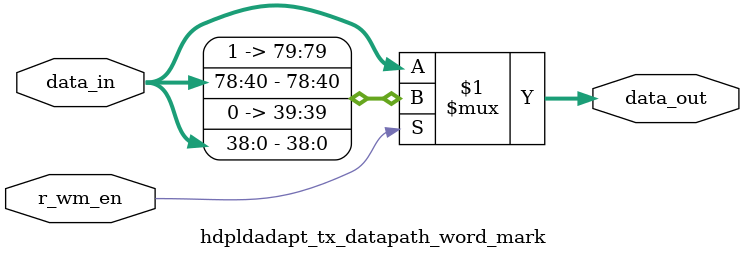
<source format=v>

module hdpldadapt_tx_datapath_word_mark
    (
      input  wire [79:0] data_in,         // Data In
      input  wire        r_wm_en,         // Word mark enable
      output wire [79:0] data_out         // Data Out
    );

//********************************************************************
// Define Parameters 
//********************************************************************


//********************************************************************
// Define variables 
//********************************************************************


//********************************************************************
// Main logic 
//********************************************************************

assign data_out = r_wm_en ? {1'b1, data_in[78:40], 1'b0, data_in[38:0]} : data_in;


endmodule

</source>
